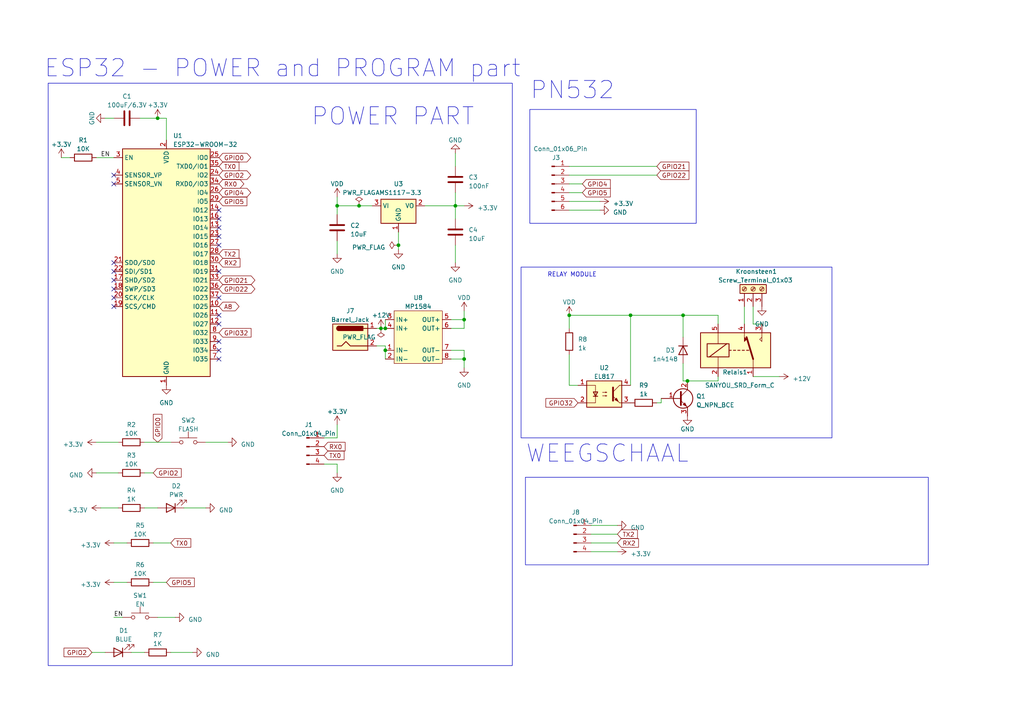
<source format=kicad_sch>
(kicad_sch (version 20230121) (generator eeschema)
  (paper "A4")
  (lib_symbols
    (symbol "Connector:Barrel_Jack" (pin_names (offset 1.016))
      (property "Reference" "J" (at 0 5.334 0))
      (property "Value" "Barrel_Jack" (at 0 -5.08 0))
      (symbol "Barrel_Jack_0_1"
        (rectangle (start -5.08 3.81) (end 5.08 -3.81) (stroke (width 0.254)) (fill (type background)))
        (arc (start -3.302 3.175) (mid -3.9343 2.54) (end -3.302 1.905) (stroke (width 0.254)))
        (arc (start -3.302 3.175) (mid -3.9343 2.54) (end -3.302 1.905) (stroke (width 0.254)) (fill (type outline)))
        (polyline (pts (xy 5.08 2.54) (xy 3.81 2.54)) (stroke (width 0.254)))
        (polyline (pts (xy -3.81 -2.54) (xy -2.54 -2.54) (xy -1.27 -1.27) (xy 0 -2.54) (xy 2.54 -2.54) (xy 5.08 -2.54)) (stroke (width 0.254)))
        (rectangle (start 3.683 3.175) (end -3.302 1.905) (stroke (width 0.254)) (fill (type outline)))
      )
      (symbol "Barrel_Jack_1_1"
        (pin passive line (at 7.62 2.54 180) (length 2.54) (name "~") (number "1"))
        (pin passive line (at 7.62 -2.54 180) (length 2.54) (name "~") (number "2"))
      )
    )
    (symbol "Connector:Conn_01x04_Pin" (pin_names (offset 1.016) hide)
      (property "Reference" "J" (at 0 5.08 0))
      (property "Value" "Conn_01x04_Pin" (at 0 -7.62 0))
      (symbol "Conn_01x04_Pin_1_1"
        (polyline (pts (xy 1.27 -5.08) (xy 0.8636 -5.08)) (stroke (width 0.1524)))
        (polyline (pts (xy 1.27 -2.54) (xy 0.8636 -2.54)) (stroke (width 0.1524)))
        (polyline (pts (xy 1.27 0) (xy 0.8636 0)) (stroke (width 0.1524)))
        (polyline (pts (xy 1.27 2.54) (xy 0.8636 2.54)) (stroke (width 0.1524)))
        (rectangle (start 0.8636 -4.953) (end 0 -5.207) (stroke (width 0.1524)) (fill (type outline)))
        (rectangle (start 0.8636 -2.413) (end 0 -2.667) (stroke (width 0.1524)) (fill (type outline)))
        (rectangle (start 0.8636 0.127) (end 0 -0.127) (stroke (width 0.1524)) (fill (type outline)))
        (rectangle (start 0.8636 2.667) (end 0 2.413) (stroke (width 0.1524)) (fill (type outline)))
        (pin passive line (at 5.08 2.54 180) (length 3.81) (name "Pin_1") (number "1"))
        (pin passive line (at 5.08 0 180) (length 3.81) (name "Pin_2") (number "2"))
        (pin passive line (at 5.08 -2.54 180) (length 3.81) (name "Pin_3") (number "3"))
        (pin passive line (at 5.08 -5.08 180) (length 3.81) (name "Pin_4") (number "4"))
      )
    )
    (symbol "Connector:Conn_01x06_Pin" (pin_names (offset 1.016) hide)
      (property "Reference" "J" (at 0 7.62 0))
      (property "Value" "Conn_01x06_Pin" (at 0 -10.16 0))
      (symbol "Conn_01x06_Pin_1_1"
        (polyline (pts (xy 1.27 -7.62) (xy 0.8636 -7.62)) (stroke (width 0.1524)))
        (polyline (pts (xy 1.27 -5.08) (xy 0.8636 -5.08)) (stroke (width 0.1524)))
        (polyline (pts (xy 1.27 -2.54) (xy 0.8636 -2.54)) (stroke (width 0.1524)))
        (polyline (pts (xy 1.27 0) (xy 0.8636 0)) (stroke (width 0.1524)))
        (polyline (pts (xy 1.27 2.54) (xy 0.8636 2.54)) (stroke (width 0.1524)))
        (polyline (pts (xy 1.27 5.08) (xy 0.8636 5.08)) (stroke (width 0.1524)))
        (rectangle (start 0.8636 -7.493) (end 0 -7.747) (stroke (width 0.1524)) (fill (type outline)))
        (rectangle (start 0.8636 -4.953) (end 0 -5.207) (stroke (width 0.1524)) (fill (type outline)))
        (rectangle (start 0.8636 -2.413) (end 0 -2.667) (stroke (width 0.1524)) (fill (type outline)))
        (rectangle (start 0.8636 0.127) (end 0 -0.127) (stroke (width 0.1524)) (fill (type outline)))
        (rectangle (start 0.8636 2.667) (end 0 2.413) (stroke (width 0.1524)) (fill (type outline)))
        (rectangle (start 0.8636 5.207) (end 0 4.953) (stroke (width 0.1524)) (fill (type outline)))
        (pin passive line (at 5.08 5.08 180) (length 3.81) (name "Pin_1") (number "1"))
        (pin passive line (at 5.08 2.54 180) (length 3.81) (name "Pin_2") (number "2"))
        (pin passive line (at 5.08 0 180) (length 3.81) (name "Pin_3") (number "3"))
        (pin passive line (at 5.08 -2.54 180) (length 3.81) (name "Pin_4") (number "4"))
        (pin passive line (at 5.08 -5.08 180) (length 3.81) (name "Pin_5") (number "5"))
        (pin passive line (at 5.08 -7.62 180) (length 3.81) (name "Pin_6") (number "6"))
      )
    )
    (symbol "Connector:Screw_Terminal_01x03" (pin_names (offset 1.016) hide)
      (property "Reference" "J" (at 0 5.08 0))
      (property "Value" "Screw_Terminal_01x03" (at 0 -5.08 0))
      (symbol "Screw_Terminal_01x03_1_1"
        (rectangle (start -1.27 3.81) (end 1.27 -3.81) (stroke (width 0.254)) (fill (type background)))
        (circle (center 0 -2.54) (radius 0.635) (stroke (width 0.1524)))
        (polyline (pts (xy -0.5334 -2.2098) (xy 0.3302 -3.048)) (stroke (width 0.1524)))
        (polyline (pts (xy -0.5334 0.3302) (xy 0.3302 -0.508)) (stroke (width 0.1524)))
        (polyline (pts (xy -0.5334 2.8702) (xy 0.3302 2.032)) (stroke (width 0.1524)))
        (polyline (pts (xy -0.3556 -2.032) (xy 0.508 -2.8702)) (stroke (width 0.1524)))
        (polyline (pts (xy -0.3556 0.508) (xy 0.508 -0.3302)) (stroke (width 0.1524)))
        (polyline (pts (xy -0.3556 3.048) (xy 0.508 2.2098)) (stroke (width 0.1524)))
        (circle (center 0 0) (radius 0.635) (stroke (width 0.1524)))
        (circle (center 0 2.54) (radius 0.635) (stroke (width 0.1524)))
        (pin passive line (at -5.08 2.54 0) (length 3.81) (name "Pin_1") (number "1"))
        (pin passive line (at -5.08 0 0) (length 3.81) (name "Pin_2") (number "2"))
        (pin passive line (at -5.08 -2.54 0) (length 3.81) (name "Pin_3") (number "3"))
      )
    )
    (symbol "Device:C" (pin_numbers hide) (pin_names (offset 0.254))
      (property "Reference" "C" (at 0.635 2.54 0))
      (property "Value" "C" (at 0.635 -2.54 0))
      (symbol "C_0_1"
        (polyline (pts (xy -2.032 -0.762) (xy 2.032 -0.762)) (stroke (width 0.508)))
        (polyline (pts (xy -2.032 0.762) (xy 2.032 0.762)) (stroke (width 0.508)))
      )
      (symbol "C_1_1"
        (pin passive line (at 0 3.81 270) (length 2.794) (name "~") (number "1"))
        (pin passive line (at 0 -3.81 90) (length 2.794) (name "~") (number "2"))
      )
    )
    (symbol "Device:D" (pin_numbers hide) (pin_names (offset 1.016) hide)
      (property "Reference" "D" (at 0 2.54 0))
      (property "Value" "D" (at 0 -2.54 0))
      (symbol "D_0_1"
        (polyline (pts (xy -1.27 1.27) (xy -1.27 -1.27)) (stroke (width 0.254)))
        (polyline (pts (xy 1.27 0) (xy -1.27 0)))
        (polyline (pts (xy 1.27 1.27) (xy 1.27 -1.27) (xy -1.27 0) (xy 1.27 1.27)) (stroke (width 0.254)))
      )
      (symbol "D_1_1"
        (pin passive line (at -3.81 0 0) (length 2.54) (name "K") (number "1"))
        (pin passive line (at 3.81 0 180) (length 2.54) (name "A") (number "2"))
      )
    )
    (symbol "Device:LED" (pin_numbers hide) (pin_names (offset 1.016) hide)
      (property "Reference" "D" (at 0 2.54 0))
      (property "Value" "LED" (at 0 -2.54 0))
      (symbol "LED_0_1"
        (polyline (pts (xy -1.27 -1.27) (xy -1.27 1.27)) (stroke (width 0.254)))
        (polyline (pts (xy -1.27 0) (xy 1.27 0)))
        (polyline (pts (xy 1.27 -1.27) (xy 1.27 1.27) (xy -1.27 0) (xy 1.27 -1.27)) (stroke (width 0.254)))
        (polyline (pts (xy -3.048 -0.762) (xy -4.572 -2.286) (xy -3.81 -2.286) (xy -4.572 -2.286) (xy -4.572 -1.524)))
        (polyline (pts (xy -1.778 -0.762) (xy -3.302 -2.286) (xy -2.54 -2.286) (xy -3.302 -2.286) (xy -3.302 -1.524)))
      )
      (symbol "LED_1_1"
        (pin passive line (at -3.81 0 0) (length 2.54) (name "K") (number "1"))
        (pin passive line (at 3.81 0 180) (length 2.54) (name "A") (number "2"))
      )
    )
    (symbol "Device:Q_NPN_BCE" (pin_names (offset 0) hide)
      (property "Reference" "Q" (at 5.08 1.27 0))
      (property "Value" "Q_NPN_BCE" (at 5.08 -1.27 0))
      (symbol "Q_NPN_BCE_0_1"
        (polyline (pts (xy 0.635 0.635) (xy 2.54 2.54)))
        (polyline (pts (xy 0.635 -0.635) (xy 2.54 -2.54) (xy 2.54 -2.54)))
        (polyline (pts (xy 0.635 1.905) (xy 0.635 -1.905) (xy 0.635 -1.905)) (stroke (width 0.508)))
        (polyline (pts (xy 1.27 -1.778) (xy 1.778 -1.27) (xy 2.286 -2.286) (xy 1.27 -1.778) (xy 1.27 -1.778)) (fill (type outline)))
        (circle (center 1.27 0) (radius 2.8194) (stroke (width 0.254)))
      )
      (symbol "Q_NPN_BCE_1_1"
        (pin input line (at -5.08 0 0) (length 5.715) (name "B") (number "1"))
        (pin passive line (at 2.54 5.08 270) (length 2.54) (name "C") (number "2"))
        (pin passive line (at 2.54 -5.08 90) (length 2.54) (name "E") (number "3"))
      )
    )
    (symbol "Device:R" (pin_numbers hide) (pin_names (offset 0))
      (property "Reference" "R" (at 2.032 0 90))
      (property "Value" "R" (at 0 0 90))
      (symbol "R_0_1"
        (rectangle (start -1.016 -2.54) (end 1.016 2.54) (stroke (width 0.254)))
      )
      (symbol "R_1_1"
        (pin passive line (at 0 3.81 270) (length 1.27) (name "~") (number "1"))
        (pin passive line (at 0 -3.81 90) (length 1.27) (name "~") (number "2"))
      )
    )
    (symbol "Isolator:EL817" (pin_names (offset 1.016))
      (property "Reference" "U" (at -5.08 5.08 0))
      (property "Value" "EL817" (at 0 5.08 0))
      (symbol "EL817_0_1"
        (rectangle (start -5.08 3.81) (end 5.08 -3.81) (stroke (width 0.254)) (fill (type background)))
        (polyline (pts (xy -3.175 -0.635) (xy -1.905 -0.635)) (stroke (width 0.254)))
        (polyline (pts (xy 2.54 0.635) (xy 4.445 2.54)))
        (polyline (pts (xy 4.445 -2.54) (xy 2.54 -0.635)) (fill (type outline)))
        (polyline (pts (xy 4.445 -2.54) (xy 5.08 -2.54)))
        (polyline (pts (xy 4.445 2.54) (xy 5.08 2.54)))
        (polyline (pts (xy -5.08 2.54) (xy -2.54 2.54) (xy -2.54 -0.635)))
        (polyline (pts (xy -2.54 -0.635) (xy -2.54 -2.54) (xy -5.08 -2.54)))
        (polyline (pts (xy 2.54 1.905) (xy 2.54 -1.905) (xy 2.54 -1.905)) (stroke (width 0.508)))
        (polyline (pts (xy -2.54 -0.635) (xy -3.175 0.635) (xy -1.905 0.635) (xy -2.54 -0.635)) (stroke (width 0.254)))
        (polyline (pts (xy -0.508 -0.508) (xy 0.762 -0.508) (xy 0.381 -0.635) (xy 0.381 -0.381) (xy 0.762 -0.508)))
        (polyline (pts (xy -0.508 0.508) (xy 0.762 0.508) (xy 0.381 0.381) (xy 0.381 0.635) (xy 0.762 0.508)))
        (polyline (pts (xy 3.048 -1.651) (xy 3.556 -1.143) (xy 4.064 -2.159) (xy 3.048 -1.651) (xy 3.048 -1.651)) (fill (type outline)))
      )
      (symbol "EL817_1_1"
        (pin passive line (at -7.62 2.54 0) (length 2.54) (name "~") (number "1"))
        (pin passive line (at -7.62 -2.54 0) (length 2.54) (name "~") (number "2"))
        (pin passive line (at 7.62 -2.54 180) (length 2.54) (name "~") (number "3"))
        (pin passive line (at 7.62 2.54 180) (length 2.54) (name "~") (number "4"))
      )
    )
    (symbol "Lib:MP1584"
      (property "Reference" "U" (at 0 2.54 0))
      (property "Value" "MP1584" (at 2.54 5.08 0))
      (symbol "MP1584_1_1"
        (rectangle (start -3.81 1.27) (end 10.16 -13.97) (fill (type background)))
        (pin input line (at -6.35 -10.16 0) (length 2.54) (name "IN-") (number "1"))
        (pin input line (at -6.35 -12.7 0) (length 2.54) (name "IN-") (number "2"))
        (pin input line (at -6.35 -1.27 0) (length 2.54) (name "IN+") (number "3"))
        (pin input line (at -6.35 -3.81 0) (length 2.54) (name "IN+") (number "4"))
        (pin input line (at 12.7 -1.27 180) (length 2.54) (name "OUT+") (number "5"))
        (pin input line (at 12.7 -3.81 180) (length 2.54) (name "OUT+") (number "6"))
        (pin input line (at 12.7 -10.16 180) (length 2.54) (name "OUT-") (number "7"))
        (pin input line (at 12.7 -12.7 180) (length 2.54) (name "OUT-") (number "8"))
      )
    )
    (symbol "RF_Module:ESP32-WROOM-32"
      (property "Reference" "U" (at -12.7 34.29 0))
      (property "Value" "ESP32-WROOM-32" (at 1.27 34.29 0))
      (symbol "ESP32-WROOM-32_0_1"
        (rectangle (start -12.7 33.02) (end 12.7 -33.02) (stroke (width 0.254)) (fill (type background)))
      )
      (symbol "ESP32-WROOM-32_1_1"
        (pin power_in line (at 0 -35.56 90) (length 2.54) (name "GND") (number "1"))
        (pin bidirectional line (at 15.24 -12.7 180) (length 2.54) (name "IO25") (number "10"))
        (pin bidirectional line (at 15.24 -15.24 180) (length 2.54) (name "IO26") (number "11"))
        (pin bidirectional line (at 15.24 -17.78 180) (length 2.54) (name "IO27") (number "12"))
        (pin bidirectional line (at 15.24 10.16 180) (length 2.54) (name "IO14") (number "13"))
        (pin bidirectional line (at 15.24 15.24 180) (length 2.54) (name "IO12") (number "14"))
        (pin passive line (at 0 -35.56 90) (length 2.54) hide (name "GND") (number "15"))
        (pin bidirectional line (at 15.24 12.7 180) (length 2.54) (name "IO13") (number "16"))
        (pin bidirectional line (at -15.24 -5.08 0) (length 2.54) (name "SHD/SD2") (number "17"))
        (pin bidirectional line (at -15.24 -7.62 0) (length 2.54) (name "SWP/SD3") (number "18"))
        (pin bidirectional line (at -15.24 -12.7 0) (length 2.54) (name "SCS/CMD") (number "19"))
        (pin power_in line (at 0 35.56 270) (length 2.54) (name "VDD") (number "2"))
        (pin bidirectional line (at -15.24 -10.16 0) (length 2.54) (name "SCK/CLK") (number "20"))
        (pin bidirectional line (at -15.24 0 0) (length 2.54) (name "SDO/SD0") (number "21"))
        (pin bidirectional line (at -15.24 -2.54 0) (length 2.54) (name "SDI/SD1") (number "22"))
        (pin bidirectional line (at 15.24 7.62 180) (length 2.54) (name "IO15") (number "23"))
        (pin bidirectional line (at 15.24 25.4 180) (length 2.54) (name "IO2") (number "24"))
        (pin bidirectional line (at 15.24 30.48 180) (length 2.54) (name "IO0") (number "25"))
        (pin bidirectional line (at 15.24 20.32 180) (length 2.54) (name "IO4") (number "26"))
        (pin bidirectional line (at 15.24 5.08 180) (length 2.54) (name "IO16") (number "27"))
        (pin bidirectional line (at 15.24 2.54 180) (length 2.54) (name "IO17") (number "28"))
        (pin bidirectional line (at 15.24 17.78 180) (length 2.54) (name "IO5") (number "29"))
        (pin input line (at -15.24 30.48 0) (length 2.54) (name "EN") (number "3"))
        (pin bidirectional line (at 15.24 0 180) (length 2.54) (name "IO18") (number "30"))
        (pin bidirectional line (at 15.24 -2.54 180) (length 2.54) (name "IO19") (number "31"))
        (pin no_connect line (at -12.7 -27.94 0) (length 2.54) hide (name "NC") (number "32"))
        (pin bidirectional line (at 15.24 -5.08 180) (length 2.54) (name "IO21") (number "33"))
        (pin bidirectional line (at 15.24 22.86 180) (length 2.54) (name "RXD0/IO3") (number "34"))
        (pin bidirectional line (at 15.24 27.94 180) (length 2.54) (name "TXD0/IO1") (number "35"))
        (pin bidirectional line (at 15.24 -7.62 180) (length 2.54) (name "IO22") (number "36"))
        (pin bidirectional line (at 15.24 -10.16 180) (length 2.54) (name "IO23") (number "37"))
        (pin passive line (at 0 -35.56 90) (length 2.54) hide (name "GND") (number "38"))
        (pin passive line (at 0 -35.56 90) (length 2.54) hide (name "GND") (number "39"))
        (pin input line (at -15.24 25.4 0) (length 2.54) (name "SENSOR_VP") (number "4"))
        (pin input line (at -15.24 22.86 0) (length 2.54) (name "SENSOR_VN") (number "5"))
        (pin input line (at 15.24 -25.4 180) (length 2.54) (name "IO34") (number "6"))
        (pin input line (at 15.24 -27.94 180) (length 2.54) (name "IO35") (number "7"))
        (pin bidirectional line (at 15.24 -20.32 180) (length 2.54) (name "IO32") (number "8"))
        (pin bidirectional line (at 15.24 -22.86 180) (length 2.54) (name "IO33") (number "9"))
      )
    )
    (symbol "Regulator_Linear:AMS1117-3.3"
      (property "Reference" "U" (at -3.81 3.175 0))
      (property "Value" "AMS1117-3.3" (at 0 3.175 0))
      (symbol "AMS1117-3.3_0_1"
        (rectangle (start -5.08 -5.08) (end 5.08 1.905) (stroke (width 0.254)) (fill (type background)))
      )
      (symbol "AMS1117-3.3_1_1"
        (pin power_in line (at 0 -7.62 90) (length 2.54) (name "GND") (number "1"))
        (pin power_out line (at 7.62 0 180) (length 2.54) (name "VO") (number "2"))
        (pin power_in line (at -7.62 0 0) (length 2.54) (name "VI") (number "3"))
      )
    )
    (symbol "Relay:SANYOU_SRD_Form_C"
      (property "Reference" "K" (at 11.43 3.81 0))
      (property "Value" "SANYOU_SRD_Form_C" (at 11.43 1.27 0))
      (symbol "SANYOU_SRD_Form_C_0_0"
        (polyline (pts (xy 7.62 5.08) (xy 7.62 2.54) (xy 6.985 3.175) (xy 7.62 3.81)))
      )
      (symbol "SANYOU_SRD_Form_C_0_1"
        (rectangle (start -10.16 5.08) (end 10.16 -5.08) (stroke (width 0.254)) (fill (type background)))
        (rectangle (start -8.255 1.905) (end -1.905 -1.905) (stroke (width 0.254)))
        (polyline (pts (xy -7.62 -1.905) (xy -2.54 1.905)) (stroke (width 0.254)))
        (polyline (pts (xy -5.08 -5.08) (xy -5.08 -1.905)))
        (polyline (pts (xy -5.08 5.08) (xy -5.08 1.905)))
        (polyline (pts (xy -1.905 0) (xy -1.27 0)) (stroke (width 0.254)))
        (polyline (pts (xy -0.635 0) (xy 0 0)) (stroke (width 0.254)))
        (polyline (pts (xy 0.635 0) (xy 1.27 0)) (stroke (width 0.254)))
        (polyline (pts (xy 1.905 0) (xy 2.54 0)) (stroke (width 0.254)))
        (polyline (pts (xy 3.175 0) (xy 3.81 0)) (stroke (width 0.254)))
        (polyline (pts (xy 5.08 -2.54) (xy 3.175 3.81)) (stroke (width 0.508)))
        (polyline (pts (xy 5.08 -2.54) (xy 5.08 -5.08)))
      )
      (symbol "SANYOU_SRD_Form_C_1_1"
        (polyline (pts (xy 2.54 3.81) (xy 3.175 3.175) (xy 2.54 2.54) (xy 2.54 5.08)) (fill (type outline)))
        (pin passive line (at 5.08 -7.62 90) (length 2.54) (name "~") (number "1"))
        (pin passive line (at -5.08 -7.62 90) (length 2.54) (name "~") (number "2"))
        (pin passive line (at 7.62 7.62 270) (length 2.54) (name "~") (number "3"))
        (pin passive line (at 2.54 7.62 270) (length 2.54) (name "~") (number "4"))
        (pin passive line (at -5.08 7.62 270) (length 2.54) (name "~") (number "5"))
      )
    )
    (symbol "Switch:SW_Push" (pin_numbers hide) (pin_names (offset 1.016) hide)
      (property "Reference" "SW" (at 1.27 2.54 0))
      (property "Value" "SW_Push" (at 0 -1.524 0))
      (symbol "SW_Push_0_1"
        (circle (center -2.032 0) (radius 0.508))
        (polyline (pts (xy 0 1.27) (xy 0 3.048)))
        (polyline (pts (xy 2.54 1.27) (xy -2.54 1.27)))
        (circle (center 2.032 0) (radius 0.508))
        (pin passive line (at -5.08 0 0) (length 2.54) (name "1") (number "1"))
        (pin passive line (at 5.08 0 180) (length 2.54) (name "2") (number "2"))
      )
    )
    (symbol "power:+12V" (power) (pin_names (offset 0))
      (property "Value" "+12V" (at 0 3.556 0))
      (symbol "+12V_0_1"
        (polyline (pts (xy -0.762 1.27) (xy 0 2.54)))
        (polyline (pts (xy 0 0) (xy 0 2.54)))
        (polyline (pts (xy 0 2.54) (xy 0.762 1.27)))
      )
      (symbol "+12V_1_1"
        (pin power_in line (at 0 0 90) (length 0) hide (name "+12V") (number "1"))
      )
    )
    (symbol "power:+3.3V" (power) (pin_names (offset 0))
      (property "Value" "+3.3V" (at 0 3.556 0))
      (symbol "+3.3V_0_1"
        (polyline (pts (xy -0.762 1.27) (xy 0 2.54)))
        (polyline (pts (xy 0 0) (xy 0 2.54)))
        (polyline (pts (xy 0 2.54) (xy 0.762 1.27)))
      )
      (symbol "+3.3V_1_1"
        (pin power_in line (at 0 0 90) (length 0) hide (name "+3.3V") (number "1"))
      )
    )
    (symbol "power:GND" (power) (pin_names (offset 0))
      (property "Value" "GND" (at 0 -3.81 0))
      (symbol "GND_0_1"
        (polyline (pts (xy 0 0) (xy 0 -1.27) (xy 1.27 -1.27) (xy 0 -2.54) (xy -1.27 -1.27) (xy 0 -1.27)))
      )
      (symbol "GND_1_1"
        (pin power_in line (at 0 0 270) (length 0) hide (name "GND") (number "1"))
      )
    )
    (symbol "power:PWR_FLAG" (power) (pin_numbers hide) (pin_names (offset 0) hide)
      (property "Value" "PWR_FLAG" (at 0 3.81 0))
      (symbol "PWR_FLAG_0_0"
        (pin power_out line (at 0 0 90) (length 0) (name "pwr") (number "1"))
      )
      (symbol "PWR_FLAG_0_1"
        (polyline (pts (xy 0 0) (xy 0 1.27) (xy -1.016 1.905) (xy 0 2.54) (xy 1.016 1.905) (xy 0 1.27)))
      )
    )
    (symbol "power:VDD" (power) (pin_names (offset 0))
      (property "Value" "VDD" (at 0 3.81 0))
      (symbol "VDD_0_1"
        (polyline (pts (xy -0.762 1.27) (xy 0 2.54)))
        (polyline (pts (xy 0 0) (xy 0 2.54)))
        (polyline (pts (xy 0 2.54) (xy 0.762 1.27)))
      )
      (symbol "VDD_1_1"
        (pin power_in line (at 0 0 90) (length 0) hide (name "VDD") (number "1"))
      )
    )
  )
  (junction (at 165.1 91.44))
  (junction (at 111.76 95.25))
  (junction (at 199.39 110.49))
  (junction (at 134.62 104.14))
  (junction (at 104.14 59.69))
  (junction (at 110.49 95.25))
  (junction (at 182.88 91.44))
  (junction (at 132.08 59.69))
  (junction (at 134.62 92.71))
  (junction (at 111.76 101.6))
  (junction (at 115.57 71.12))
  (junction (at 198.12 91.44))
  (junction (at 97.79 59.69))
  (junction (at 45.72 34.29))
  (no_connect (at 33.02 50.8))
  (no_connect (at 33.02 53.34))
  (no_connect (at 33.02 88.9))
  (no_connect (at 63.5 66.04))
  (no_connect (at 63.5 60.96))
  (no_connect (at 63.5 71.12))
  (no_connect (at 63.5 63.5))
  (no_connect (at 63.5 93.98))
  (no_connect (at 33.02 76.2))
  (no_connect (at 63.5 101.6))
  (no_connect (at 63.5 99.06))
  (no_connect (at 33.02 78.74))
  (no_connect (at 63.5 86.36))
  (no_connect (at 63.5 68.58))
  (no_connect (at 33.02 83.82))
  (no_connect (at 63.5 78.74))
  (no_connect (at 33.02 86.36))
  (no_connect (at 63.5 91.44))
  (no_connect (at 33.02 81.28))
  (no_connect (at 63.5 104.14))
  (wire (pts (xy 17.78 45.72) (xy 20.32 45.72)))
  (wire (pts (xy 165.1 111.76) (xy 167.64 111.76)))
  (wire (pts (xy 27.94 45.72) (xy 33.02 45.72)))
  (wire (pts (xy 182.88 91.44) (xy 198.12 91.44)))
  (wire (pts (xy 134.62 106.68) (xy 134.62 104.14)))
  (wire (pts (xy 48.26 34.29) (xy 48.26 40.64)))
  (wire (pts (xy 226.06 109.22) (xy 218.44 109.22)))
  (wire (pts (xy 165.1 102.87) (xy 165.1 111.76)))
  (wire (pts (xy 132.08 59.69) (xy 134.62 59.69)))
  (wire (pts (xy 26.67 189.23) (xy 30.48 189.23)))
  (wire (pts (xy 130.81 92.71) (xy 134.62 92.71)))
  (wire (pts (xy 191.77 116.84) (xy 191.77 115.57)))
  (wire (pts (xy 218.44 93.98) (xy 218.44 88.9)))
  (wire (pts (xy 134.62 95.25) (xy 134.62 92.71)))
  (wire (pts (xy 130.81 95.25) (xy 134.62 95.25)))
  (wire (pts (xy 115.57 67.31) (xy 115.57 71.12)))
  (wire (pts (xy 208.28 110.49) (xy 208.28 109.22)))
  (wire (pts (xy 27.94 128.27) (xy 34.29 128.27)))
  (wire (pts (xy 165.1 50.8) (xy 190.5 50.8)))
  (wire (pts (xy 41.91 137.16) (xy 44.45 137.16)))
  (wire (pts (xy 215.9 88.9) (xy 215.9 93.98)))
  (wire (pts (xy 41.91 128.27) (xy 49.53 128.27)))
  (wire (pts (xy 220.98 93.98) (xy 218.44 93.98)))
  (wire (pts (xy 44.45 157.48) (xy 49.53 157.48)))
  (wire (pts (xy 38.1 189.23) (xy 41.91 189.23)))
  (wire (pts (xy 30.48 34.29) (xy 33.02 34.29)))
  (wire (pts (xy 115.57 71.12) (xy 115.57 72.39)))
  (wire (pts (xy 198.12 110.49) (xy 199.39 110.49)))
  (wire (pts (xy 171.45 152.4) (xy 179.07 152.4)))
  (wire (pts (xy 165.1 55.88) (xy 168.91 55.88)))
  (wire (pts (xy 132.08 55.88) (xy 132.08 59.69)))
  (wire (pts (xy 27.94 137.16) (xy 34.29 137.16)))
  (wire (pts (xy 165.1 60.96) (xy 173.99 60.96)))
  (wire (pts (xy 190.5 116.84) (xy 191.77 116.84)))
  (wire (pts (xy 59.69 128.27) (xy 66.04 128.27)))
  (wire (pts (xy 97.79 137.16) (xy 97.79 134.62)))
  (wire (pts (xy 49.53 189.23) (xy 55.88 189.23)))
  (wire (pts (xy 134.62 104.14) (xy 134.62 101.6)))
  (wire (pts (xy 111.76 95.25) (xy 111.76 92.71)))
  (wire (pts (xy 132.08 71.12) (xy 132.08 76.2)))
  (wire (pts (xy 45.72 34.29) (xy 40.64 34.29)))
  (wire (pts (xy 111.76 100.33) (xy 111.76 101.6)))
  (wire (pts (xy 29.21 147.32) (xy 34.29 147.32)))
  (wire (pts (xy 33.02 157.48) (xy 36.83 157.48)))
  (wire (pts (xy 165.1 48.26) (xy 190.5 48.26)))
  (wire (pts (xy 134.62 101.6) (xy 130.81 101.6)))
  (wire (pts (xy 165.1 91.44) (xy 182.88 91.44)))
  (wire (pts (xy 41.91 147.32) (xy 45.72 147.32)))
  (wire (pts (xy 109.22 100.33) (xy 111.76 100.33)))
  (wire (pts (xy 33.02 168.91) (xy 36.83 168.91)))
  (wire (pts (xy 171.45 160.02) (xy 179.07 160.02)))
  (wire (pts (xy 53.34 147.32) (xy 59.69 147.32)))
  (wire (pts (xy 97.79 127) (xy 93.98 127)))
  (wire (pts (xy 111.76 101.6) (xy 111.76 104.14)))
  (wire (pts (xy 48.26 34.29) (xy 45.72 34.29)))
  (wire (pts (xy 97.79 57.15) (xy 97.79 59.69)))
  (wire (pts (xy 110.49 95.25) (xy 111.76 95.25)))
  (wire (pts (xy 130.81 104.14) (xy 134.62 104.14)))
  (wire (pts (xy 134.62 92.71) (xy 134.62 90.17)))
  (wire (pts (xy 198.12 91.44) (xy 208.28 91.44)))
  (wire (pts (xy 45.72 179.07) (xy 50.8 179.07)))
  (wire (pts (xy 97.79 123.19) (xy 97.79 127)))
  (wire (pts (xy 165.1 53.34) (xy 168.91 53.34)))
  (wire (pts (xy 165.1 91.44) (xy 165.1 95.25)))
  (wire (pts (xy 97.79 59.69) (xy 104.14 59.69)))
  (wire (pts (xy 171.45 154.94) (xy 179.07 154.94)))
  (wire (pts (xy 44.45 168.91) (xy 48.26 168.91)))
  (wire (pts (xy 198.12 105.41) (xy 198.12 110.49)))
  (wire (pts (xy 208.28 93.98) (xy 208.28 91.44)))
  (wire (pts (xy 97.79 69.85) (xy 97.79 73.66)))
  (wire (pts (xy 132.08 59.69) (xy 132.08 63.5)))
  (wire (pts (xy 171.45 157.48) (xy 179.07 157.48)))
  (wire (pts (xy 33.02 179.07) (xy 35.56 179.07)))
  (wire (pts (xy 182.88 91.44) (xy 182.88 111.76)))
  (wire (pts (xy 165.1 58.42) (xy 173.99 58.42)))
  (wire (pts (xy 97.79 59.69) (xy 97.79 62.23)))
  (wire (pts (xy 132.08 44.45) (xy 132.08 48.26)))
  (wire (pts (xy 109.22 95.25) (xy 110.49 95.25)))
  (wire (pts (xy 97.79 134.62) (xy 93.98 134.62)))
  (wire (pts (xy 123.19 59.69) (xy 132.08 59.69)))
  (wire (pts (xy 104.14 59.69) (xy 107.95 59.69)))
  (wire (pts (xy 199.39 110.49) (xy 208.28 110.49)))
  (wire (pts (xy 198.12 97.79) (xy 198.12 91.44)))
  (rectangle (start 151.13 77.47) (end 241.3 127))
  (rectangle (start 152.4 138.43) (end 269.24 163.83))
  (rectangle (start 153.67 31.75) (end 201.93 64.77))
  (rectangle (start 13.97 24.13) (end 148.59 193.04))
  (text "PN532\n" (at 153.67 29.21 0) (effects (font (size 5 5)) (justify left bottom)))
  (text "RELAY MODULE\n\n" (at 158.75 82.55 0) (effects (font (size 1.27 1.27)) (justify left bottom)))
  (text "ESP32 - POWER and PROGRAM part" (at 12.7 22.86 0) (effects (font (size 5 5)) (justify left bottom)))
  (text "WEEGSCHAAL\n" (at 152.4 134.62 0) (effects (font (size 5 5)) (justify left bottom)))
  (text "POWER PART" (at 90.17 36.83 0) (effects (font (size 5 5)) (justify left bottom)))
  (label "EN" (at 29.21 45.72 0))
  (label "EN" (at 33.02 179.07 0))
  (global_label "RX0" (shape bidirectional) (at 63.5 53.34 0) (property "Intersheetrefs" "${INTERSHEET_REFS}" (effects hide)))
  (global_label "GPIO4" (shape input) (at 168.91 53.34 0) (property "Intersheetrefs" "${INTERSHEET_REFS}" (effects hide)))
  (global_label "GPIO2" (shape input) (at 26.67 189.23 180) (property "Intersheetrefs" "${INTERSHEET_REFS}" (effects hide)))
  (global_label "TX0" (shape input) (at 63.5 48.26 0) (property "Intersheetrefs" "${INTERSHEET_REFS}" (effects hide)))
  (global_label "GPIO21" (shape input) (at 190.5 48.26 0) (property "Intersheetrefs" "${INTERSHEET_REFS}" (effects hide)))
  (global_label "GPIO22" (shape input) (at 190.5 50.8 0) (property "Intersheetrefs" "${INTERSHEET_REFS}" (effects hide)))
  (global_label "TX0" (shape input) (at 49.53 157.48 0) (property "Intersheetrefs" "${INTERSHEET_REFS}" (effects hide)))
  (global_label "RX2" (shape input) (at 63.5 76.2 0) (property "Intersheetrefs" "${INTERSHEET_REFS}" (effects hide)))
  (global_label "RX2" (shape input) (at 179.07 157.48 0) (property "Intersheetrefs" "${INTERSHEET_REFS}" (effects hide)))
  (global_label "GPIO5" (shape input) (at 63.5 58.42 0) (property "Intersheetrefs" "${INTERSHEET_REFS}" (effects hide)))
  (global_label "GPIO32" (shape input) (at 167.64 116.84 180) (property "Intersheetrefs" "${INTERSHEET_REFS}" (effects hide)))
  (global_label "GPIO0" (shape bidirectional) (at 63.5 45.72 0) (property "Intersheetrefs" "${INTERSHEET_REFS}" (effects hide)))
  (global_label "GPIO32" (shape input) (at 63.5 96.52 0) (property "Intersheetrefs" "${INTERSHEET_REFS}" (effects hide)))
  (global_label "GPIO21" (shape bidirectional) (at 63.5 81.28 0) (property "Intersheetrefs" "${INTERSHEET_REFS}" (effects hide)))
  (global_label "GPIO5" (shape input) (at 168.91 55.88 0) (property "Intersheetrefs" "${INTERSHEET_REFS}" (effects hide)))
  (global_label "GPIO2" (shape bidirectional) (at 63.5 50.8 0) (property "Intersheetrefs" "${INTERSHEET_REFS}" (effects hide)))
  (global_label "A8" (shape bidirectional) (at 63.5 88.9 0) (property "Intersheetrefs" "${INTERSHEET_REFS}" (effects hide)))
  (global_label "TX0" (shape input) (at 93.98 132.08 0) (property "Intersheetrefs" "${INTERSHEET_REFS}" (effects hide)))
  (global_label "GPIO22" (shape bidirectional) (at 63.5 83.82 0) (property "Intersheetrefs" "${INTERSHEET_REFS}" (effects hide)))
  (global_label "GPIO5" (shape input) (at 48.26 168.91 0) (property "Intersheetrefs" "${INTERSHEET_REFS}" (effects hide)))
  (global_label "RX0" (shape input) (at 93.98 129.54 0) (property "Intersheetrefs" "${INTERSHEET_REFS}" (effects hide)))
  (global_label "TX2" (shape input) (at 63.5 73.66 0) (property "Intersheetrefs" "${INTERSHEET_REFS}" (effects hide)))
  (global_label "TX2" (shape input) (at 179.07 154.94 0) (property "Intersheetrefs" "${INTERSHEET_REFS}" (effects hide)))
  (global_label "GPIO4" (shape bidirectional) (at 63.5 55.88 0) (property "Intersheetrefs" "${INTERSHEET_REFS}" (effects hide)))
  (global_label "GPIO2" (shape input) (at 44.45 137.16 0) (property "Intersheetrefs" "${INTERSHEET_REFS}" (effects hide)))
  (global_label "GPIO0" (shape input) (at 45.72 128.27 90) (property "Intersheetrefs" "${INTERSHEET_REFS}" (effects hide)))
  (symbol (lib_id "power:+3.3V") (at 29.21 147.32 90) (unit 1)
    (property "Reference" "#PWR04" (effects hide))
    (property "Value" "+3.3V" (at 25.4 147.955 90) (effects (justify left)))
  )
  (symbol (lib_id "Device:R") (at 38.1 137.16 90) (unit 1)
    (property "Reference" "R3" (at 38.1 132.08 90))
    (property "Value" "10K" (at 38.1 134.62 90))
    (property "Footprint" "Resistor_SMD:R_0805_2012Metric_Pad1.20x1.40mm_HandSolder" (effects hide))
  )
  (symbol (lib_id "Device:R") (at 165.1 99.06 0) (unit 1)
    (property "Reference" "R8" (at 167.64 98.425 0) (effects (justify left)))
    (property "Value" "1k" (at 167.64 100.965 0) (effects (justify left)))
    (property "Footprint" "Resistor_SMD:R_0805_2012Metric_Pad1.20x1.40mm_HandSolder" (effects hide))
  )
  (symbol (lib_id "Device:C") (at 132.08 67.31 0) (unit 1)
    (property "Reference" "C4" (at 135.89 66.675 0) (effects (justify left)))
    (property "Value" "10uF" (at 135.89 69.215 0) (effects (justify left)))
    (property "Footprint" "Capacitor_SMD:C_0805_2012Metric_Pad1.18x1.45mm_HandSolder" (effects hide))
  )
  (symbol (lib_id "power:+3.3V") (at 97.79 123.19 0) (unit 1)
    (property "Reference" "#PWR016" (effects hide))
    (property "Value" "+3.3V" (at 97.79 119.38 0))
  )
  (symbol (lib_id "power:GND") (at 199.39 120.65 0) (unit 1)
    (property "Reference" "#PWR020" (effects hide))
    (property "Value" "GND" (at 199.39 124.46 0))
  )
  (symbol (lib_id "Device:R") (at 24.13 45.72 90) (unit 1)
    (property "Reference" "R1" (at 24.13 40.64 90))
    (property "Value" "10K" (at 24.13 43.18 90))
    (property "Footprint" "Resistor_SMD:R_0805_2012Metric_Pad1.20x1.40mm_HandSolder" (effects hide))
  )
  (symbol (lib_id "Connector:Screw_Terminal_01x03") (at 218.44 83.82 90) (unit 1)
    (property "Reference" "Kroonsteen1" (at 213.36 78.74 90) (effects (justify right)))
    (property "Value" "Screw_Terminal_01x03" (at 208.28 81.28 90) (effects (justify right)))
    (property "Footprint" "TerminalBlock:TerminalBlock_bornier-3_P5.08mm" (effects hide))
  )
  (symbol (lib_id "power:+3.3V") (at 173.99 58.42 270) (unit 1)
    (property "Reference" "#PWR026" (effects hide))
    (property "Value" "+3.3V" (at 177.8 59.055 90) (effects (justify left)))
  )
  (symbol (lib_id "power:+3.3V") (at 33.02 168.91 90) (unit 1)
    (property "Reference" "#PWR07" (effects hide))
    (property "Value" "+3.3V" (at 29.21 169.545 90) (effects (justify left)))
  )
  (symbol (lib_id "Device:D") (at 198.12 101.6 270) (unit 1)
    (property "Reference" "D3" (at 193.04 101.6 90) (effects (justify left)))
    (property "Value" "1n4148" (at 189.23 104.14 90) (effects (justify left)))
    (property "Footprint" "Diode_SMD:D_0805_2012Metric" (effects hide))
    (property "Sim.Device" "D" (effects hide))
    (property "Sim.Pins" "1=K 2=A" (effects hide))
  )
  (symbol (lib_id "power:GND") (at 134.62 106.68 0) (unit 1)
    (property "Reference" "#PWR052" (effects hide))
    (property "Value" "GND" (at 134.62 111.76 0))
  )
  (symbol (lib_id "power:GND") (at 30.48 34.29 270) (unit 1)
    (property "Reference" "#PWR05" (effects hide))
    (property "Value" "GND" (at 26.67 34.29 0))
  )
  (symbol (lib_id "power:GND") (at 115.57 72.39 0) (unit 1)
    (property "Reference" "#PWR018" (effects hide))
    (property "Value" "GND" (at 115.57 77.47 0))
  )
  (symbol (lib_id "Switch:SW_Push") (at 40.64 179.07 0) (unit 1)
    (property "Reference" "SW1" (at 40.64 172.72 0))
    (property "Value" "EN" (at 40.64 175.26 0))
    (property "Footprint" "Button_Switch_SMD:SW_DIP_SPSTx01_Slide_Copal_CHS-01B_W7.62mm_P1.27mm" (effects hide))
  )
  (symbol (lib_id "Device:R") (at 38.1 147.32 90) (unit 1)
    (property "Reference" "R4" (at 38.1 142.24 90))
    (property "Value" "1K" (at 38.1 144.78 90))
    (property "Footprint" "Resistor_SMD:R_0805_2012Metric_Pad1.20x1.40mm_HandSolder" (effects hide))
  )
  (symbol (lib_id "Connector:Barrel_Jack") (at 101.6 97.79 0) (unit 1)
    (property "Reference" "J7" (at 101.6 90.17 0))
    (property "Value" "Barrel_Jack" (at 101.6 92.71 0))
    (property "Footprint" "Connector_BarrelJack:BarrelJack_GCT_DCJ200-10-A_Horizontal" (effects hide))
  )
  (symbol (lib_id "Device:R") (at 38.1 128.27 90) (unit 1)
    (property "Reference" "R2" (at 38.1 123.19 90))
    (property "Value" "10K" (at 38.1 125.73 90))
    (property "Footprint" "Resistor_SMD:R_0805_2012Metric_Pad1.20x1.40mm_HandSolder" (effects hide))
  )
  (symbol (lib_id "Device:Q_NPN_BCE") (at 196.85 115.57 0) (unit 1)
    (property "Reference" "Q1" (at 201.93 114.935 0) (effects (justify left)))
    (property "Value" "Q_NPN_BCE" (at 201.93 117.475 0) (effects (justify left)))
    (property "Footprint" "Package_TO_SOT_SMD:SOT-23" (effects hide))
  )
  (symbol (lib_id "power:PWR_FLAG") (at 110.49 95.25 180) (unit 1)
    (property "Reference" "#FLG03" (effects hide))
    (property "Value" "PWR_FLAG" (at 104.14 97.79 0))
  )
  (symbol (lib_id "power:GND") (at 59.69 147.32 90) (unit 1)
    (property "Reference" "#PWR012" (effects hide))
    (property "Value" "GND" (at 63.5 147.955 90) (effects (justify right)))
  )
  (symbol (lib_id "power:+3.3V") (at 45.72 34.29 0) (unit 1)
    (property "Reference" "#PWR08" (effects hide))
    (property "Value" "+3.3V" (at 45.72 30.48 0))
  )
  (symbol (lib_id "RF_Module:ESP32-WROOM-32") (at 48.26 76.2 0) (unit 1)
    (property "Reference" "U1" (at 50.2159 39.37 0) (effects (justify left)))
    (property "Value" "ESP32-WROOM-32" (at 50.2159 41.91 0) (effects (justify left)))
    (property "Footprint" "RF_Module:ESP32-WROOM-32" (effects hide))
    (property "Datasheet" "https://www.espressif.com/sites/default/files/documentation/esp32-wroom-32_datasheet_en.pdf" (effects hide))
  )
  (symbol (lib_id "power:GND") (at 66.04 128.27 90) (unit 1)
    (property "Reference" "#PWR013" (effects hide))
    (property "Value" "GND" (at 69.85 128.905 90) (effects (justify right)))
  )
  (symbol (lib_id "Connector:Conn_01x04_Pin") (at 88.9 129.54 0) (unit 1)
    (property "Reference" "J1" (at 89.535 123.19 0))
    (property "Value" "Conn_01x04_Pin" (at 89.535 125.73 0))
    (property "Footprint" "Connector_PinHeader_2.54mm:PinHeader_1x04_P2.54mm_Vertical" (effects hide))
  )
  (symbol (lib_id "Device:LED") (at 49.53 147.32 180) (unit 1)
    (property "Reference" "D2" (at 51.1175 140.97 0))
    (property "Value" "PWR" (at 51.1175 143.51 0))
    (property "Footprint" "LED_SMD:LED_0805_2012Metric_Pad1.15x1.40mm_HandSolder" (effects hide))
  )
  (symbol (lib_id "power:GND") (at 48.26 111.76 0) (unit 1)
    (property "Reference" "#PWR09" (effects hide))
    (property "Value" "GND" (at 48.26 116.84 0))
  )
  (symbol (lib_id "power:+3.3V") (at 27.94 128.27 90) (unit 1)
    (property "Reference" "#PWR02" (effects hide))
    (property "Value" "+3.3V" (at 24.13 128.905 90) (effects (justify left)))
  )
  (symbol (lib_id "power:PWR_FLAG") (at 104.14 59.69 0) (unit 1)
    (property "Reference" "#FLG01" (effects hide))
    (property "Value" "PWR_FLAG" (at 104.14 55.88 0))
  )
  (symbol (lib_id "Device:C") (at 36.83 34.29 270) (unit 1)
    (property "Reference" "C1" (at 36.83 27.94 90))
    (property "Value" "100uF/6.3V" (at 36.83 30.48 90))
    (property "Footprint" "Capacitor_SMD:C_0805_2012Metric_Pad1.18x1.45mm_HandSolder" (effects hide))
  )
  (symbol (lib_id "Device:LED") (at 34.29 189.23 180) (unit 1)
    (property "Reference" "D1" (at 35.8775 182.88 0))
    (property "Value" "BLUE" (at 35.8775 185.42 0))
    (property "Footprint" "LED_SMD:LED_0805_2012Metric_Pad1.15x1.40mm_HandSolder" (effects hide))
  )
  (symbol (lib_id "power:GND") (at 55.88 189.23 90) (unit 1)
    (property "Reference" "#PWR011" (effects hide))
    (property "Value" "GND" (at 59.69 189.865 90) (effects (justify right)))
  )
  (symbol (lib_id "power:VDD") (at 165.1 91.44 0) (unit 1)
    (property "Reference" "#PWR019" (effects hide))
    (property "Value" "VDD" (at 165.1 87.63 0))
  )
  (symbol (lib_id "power:GND") (at 50.8 179.07 90) (unit 1)
    (property "Reference" "#PWR010" (effects hide))
    (property "Value" "GND" (at 54.61 179.705 90) (effects (justify right)))
  )
  (symbol (lib_id "power:PWR_FLAG") (at 115.57 71.12 90) (unit 1)
    (property "Reference" "#FLG02" (effects hide))
    (property "Value" "PWR_FLAG" (at 111.76 71.755 90) (effects (justify left)))
  )
  (symbol (lib_id "power:GND") (at 27.94 137.16 270) (unit 1)
    (property "Reference" "#PWR03" (effects hide))
    (property "Value" "GND" (at 24.13 137.795 90) (effects (justify right)))
  )
  (symbol (lib_id "power:GND") (at 220.98 88.9 0) (unit 1)
    (property "Reference" "#PWR025" (effects hide))
    (property "Value" "GND" (at 220.98 93.98 0))
  )
  (symbol (lib_id "power:GND") (at 173.99 60.96 90) (unit 1)
    (property "Reference" "#PWR027" (effects hide))
    (property "Value" "GND" (at 177.8 61.595 90) (effects (justify right)))
  )
  (symbol (lib_id "Device:C") (at 132.08 52.07 0) (unit 1)
    (property "Reference" "C3" (at 135.89 51.435 0) (effects (justify left)))
    (property "Value" "100nF" (at 135.89 53.975 0) (effects (justify left)))
    (property "Footprint" "Capacitor_SMD:C_0805_2012Metric_Pad1.18x1.45mm_HandSolder" (effects hide))
  )
  (symbol (lib_id "power:+3.3V") (at 33.02 157.48 90) (unit 1)
    (property "Reference" "#PWR06" (effects hide))
    (property "Value" "+3.3V" (at 29.21 158.115 90) (effects (justify left)))
  )
  (symbol (lib_id "power:GND") (at 97.79 137.16 0) (unit 1)
    (property "Reference" "#PWR017" (effects hide))
    (property "Value" "GND" (at 97.79 142.24 0))
  )
  (symbol (lib_id "power:GND") (at 97.79 73.66 0) (unit 1)
    (property "Reference" "#PWR015" (effects hide))
    (property "Value" "GND" (at 97.79 78.74 0))
  )
  (symbol (lib_id "Lib:MP1584") (at 118.11 91.44 0) (unit 1)
    (property "Reference" "U8" (at 121.285 86.36 0))
    (property "Value" "MP1584" (at 121.285 88.9 0))
    (property "Footprint" "Library:U1584" (effects hide))
  )
  (symbol (lib_id "Device:R") (at 40.64 157.48 90) (unit 1)
    (property "Reference" "R5" (at 40.64 152.4 90))
    (property "Value" "10K" (at 40.64 154.94 90))
    (property "Footprint" "Resistor_SMD:R_0805_2012Metric_Pad1.20x1.40mm_HandSolder" (effects hide))
  )
  (symbol (lib_id "Regulator_Linear:AMS1117-3.3") (at 115.57 59.69 0) (unit 1)
    (property "Reference" "U3" (at 115.57 53.34 0))
    (property "Value" "AMS1117-3.3" (at 115.57 55.88 0))
    (property "Footprint" "Package_TO_SOT_SMD:SOT-223-3_TabPin2" (effects hide))
    (property "Datasheet" "http://www.advanced-monolithic.com/pdf/ds1117.pdf" (effects hide))
  )
  (symbol (lib_id "power:GND") (at 179.07 152.4 90) (unit 1)
    (property "Reference" "#PWR053" (effects hide))
    (property "Value" "GND" (at 182.88 153.035 90) (effects (justify right)))
  )
  (symbol (lib_id "power:+12V") (at 226.06 109.22 270) (unit 1)
    (property "Reference" "#PWR028" (effects hide))
    (property "Value" "+12V" (at 229.87 109.855 90) (effects (justify left)))
  )
  (symbol (lib_id "Connector:Conn_01x06_Pin") (at 160.02 53.34 0) (unit 1)
    (property "Reference" "J3" (at 161.29 45.72 0))
    (property "Value" "Conn_01x06_Pin" (at 162.56 43.18 0))
    (property "Footprint" "Connector_PinHeader_2.54mm:PinHeader_1x06_P2.54mm_Vertical" (effects hide))
  )
  (symbol (lib_id "Device:R") (at 40.64 168.91 90) (unit 1)
    (property "Reference" "R6" (at 40.64 163.83 90))
    (property "Value" "10K" (at 40.64 166.37 90))
    (property "Footprint" "Resistor_SMD:R_0805_2012Metric_Pad1.20x1.40mm_HandSolder" (effects hide))
  )
  (symbol (lib_id "Device:R") (at 186.69 116.84 90) (unit 1)
    (property "Reference" "R9" (at 186.69 111.76 90))
    (property "Value" "1k" (at 186.69 114.3 90))
    (property "Footprint" "Resistor_SMD:R_0805_2012Metric_Pad1.20x1.40mm_HandSolder" (effects hide))
  )
  (symbol (lib_id "power:VDD") (at 134.62 90.17 0) (unit 1)
    (property "Reference" "#PWR051" (effects hide))
    (property "Value" "VDD" (at 134.62 86.36 0))
  )
  (symbol (lib_id "Device:R") (at 45.72 189.23 90) (unit 1)
    (property "Reference" "R7" (at 45.72 184.15 90))
    (property "Value" "1K" (at 45.72 186.69 90))
    (property "Footprint" "Resistor_SMD:R_0805_2012Metric_Pad1.20x1.40mm_HandSolder" (effects hide))
  )
  (symbol (lib_id "power:+3.3V") (at 179.07 160.02 270) (unit 1)
    (property "Reference" "#PWR054" (effects hide))
    (property "Value" "+3.3V" (at 182.88 160.655 90) (effects (justify left)))
  )
  (symbol (lib_id "power:GND") (at 132.08 44.45 180) (unit 1)
    (property "Reference" "#PWR021" (effects hide))
    (property "Value" "GND" (at 132.08 40.64 0))
  )
  (symbol (lib_id "Switch:SW_Push") (at 54.61 128.27 0) (unit 1)
    (property "Reference" "SW2" (at 54.61 121.92 0))
    (property "Value" "FLASH" (at 54.61 124.46 0))
    (property "Footprint" "Button_Switch_SMD:SW_DIP_SPSTx01_Slide_Copal_CHS-01B_W7.62mm_P1.27mm" (effects hide))
  )
  (symbol (lib_id "Device:C") (at 97.79 66.04 0) (unit 1)
    (property "Reference" "C2" (at 101.6 65.405 0) (effects (justify left)))
    (property "Value" "10uF" (at 101.6 67.945 0) (effects (justify left)))
    (property "Footprint" "Capacitor_SMD:C_0805_2012Metric_Pad1.18x1.45mm_HandSolder" (effects hide))
  )
  (symbol (lib_id "Connector:Conn_01x04_Pin") (at 166.37 154.94 0) (unit 1)
    (property "Reference" "J8" (at 167.005 148.59 0))
    (property "Value" "Conn_01x04_Pin" (at 167.005 151.13 0))
    (property "Footprint" "Connector_PinHeader_2.54mm:PinHeader_1x04_P2.54mm_Vertical" (effects hide))
  )
  (symbol (lib_id "power:+12V") (at 110.49 95.25 0) (unit 1)
    (property "Reference" "#PWR029" (effects hide))
    (property "Value" "+12V" (at 110.49 91.44 0))
  )
  (symbol (lib_id "power:VDD") (at 97.79 57.15 0) (unit 1)
    (property "Reference" "#PWR014" (effects hide))
    (property "Value" "VDD" (at 97.79 53.34 0))
  )
  (symbol (lib_id "Isolator:EL817") (at 175.26 114.3 0) (unit 1)
    (property "Reference" "U2" (at 175.26 106.68 0))
    (property "Value" "EL817" (at 175.26 109.22 0))
    (property "Footprint" "Package_DIP:DIP-4_W7.62mm" (effects hide))
    (property "Datasheet" "http://www.everlight.com/file/ProductFile/EL817.pdf" (effects hide))
  )
  (symbol (lib_id "power:+3.3V") (at 134.62 59.69 270) (unit 1)
    (property "Reference" "#PWR023" (effects hide))
    (property "Value" "+3.3V" (at 138.43 60.325 90) (effects (justify left)))
  )
  (symbol (lib_id "power:GND") (at 132.08 76.2 0) (unit 1)
    (property "Reference" "#PWR022" (effects hide))
    (property "Value" "GND" (at 132.08 81.28 0))
  )
  (symbol (lib_id "power:+3.3V") (at 17.78 45.72 0) (unit 1)
    (property "Reference" "#PWR01" (effects hide))
    (property "Value" "+3.3V" (at 17.78 41.91 0))
  )
  (symbol (lib_id "Relay:SANYOU_SRD_Form_C") (at 213.36 101.6 0) (unit 1)
    (property "Reference" "Relais1" (at 209.55 107.95 0) (effects (justify left)))
    (property "Value" "SANYOU_SRD_Form_C" (at 204.47 111.76 0) (effects (justify left)))
    (property "Footprint" "Relay_THT:Relay_SPDT_SANYOU_SRD_Series_Form_C" (effects hide))
    (property "Datasheet" "http://www.sanyourelay.ca/public/products/pdf/SRD.pdf" (effects hide))
  )
)
</source>
